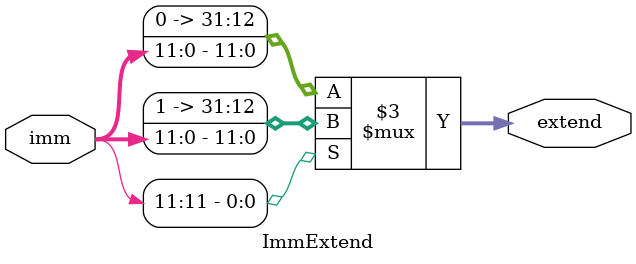
<source format=v>
module ImmExtend(input [11:0] imm, output reg [31:0] extend);
	always @(imm) begin
		if(imm[11]) begin
			extend <= {20'b1111_1111_1111_1111_1111,imm};
		end
		else begin
			extend <= {20'b0000_0000_0000_0000_0000, imm};
		end
	end
endmodule
</source>
